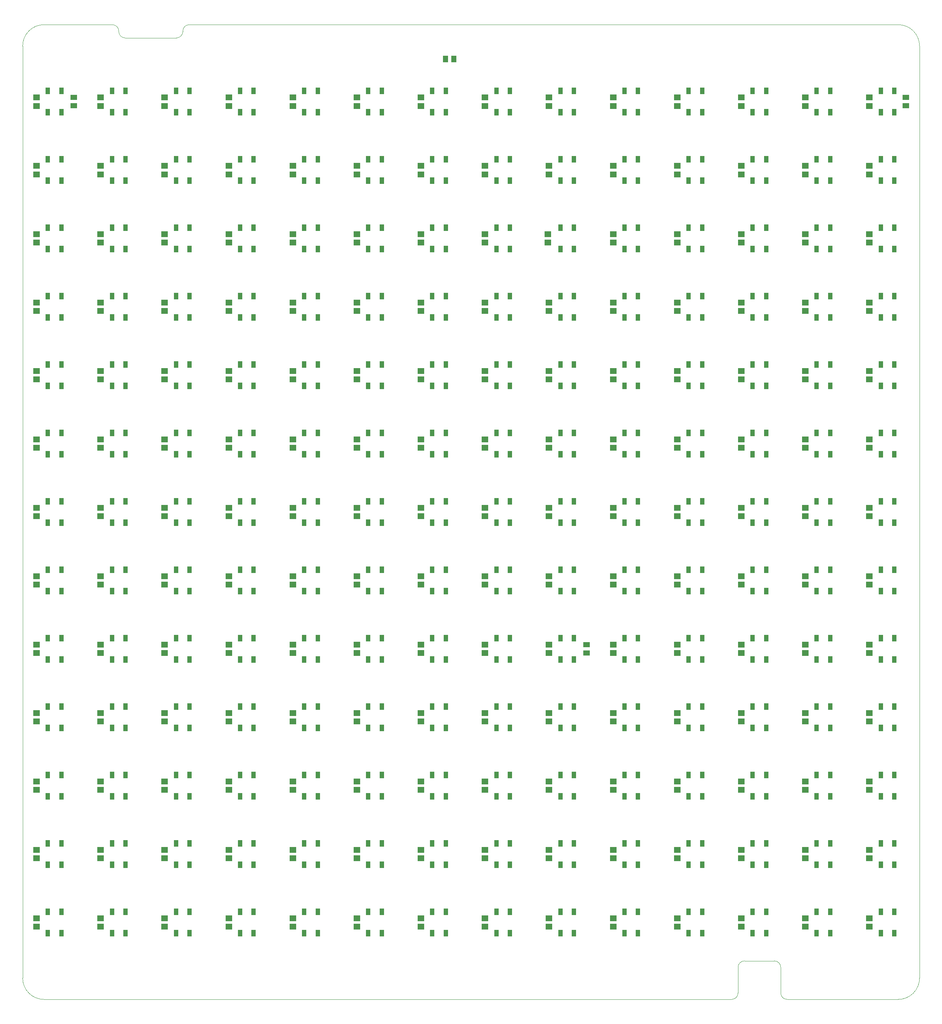
<source format=gtp>
G04 #@! TF.FileFunction,Paste,Top*
%FSLAX46Y46*%
G04 Gerber Fmt 4.6, Leading zero omitted, Abs format (unit mm)*
G04 Created by KiCad (PCBNEW (2015-07-01 BZR 5850)-product) date Tue Oct  6 18:06:44 2015*
%MOMM*%
G01*
G04 APERTURE LIST*
%ADD10C,0.150000*%
%ADD11C,0.100000*%
%ADD12R,1.550000X1.350000*%
%ADD13R,1.016000X1.524000*%
%ADD14R,1.498600X1.300480*%
%ADD15R,1.300480X1.498600*%
G04 APERTURE END LIST*
D10*
D11*
X220000000Y-269000000D02*
X59000000Y-269000000D01*
X233000000Y-269000000D02*
X259000000Y-269000000D01*
X231500000Y-261500000D02*
X231500000Y-267500000D01*
X221500000Y-267500000D02*
X221500000Y-261500000D01*
X231500000Y-267500000D02*
G75*
G03X233000000Y-269000000I1500000J0D01*
G01*
X220000000Y-269000000D02*
G75*
G03X221500000Y-267500000I0J1500000D01*
G01*
X231500000Y-261500000D02*
G75*
G03X230000000Y-260000000I-1500000J0D01*
G01*
X223000000Y-260000000D02*
G75*
G03X221500000Y-261500000I0J-1500000D01*
G01*
X264000000Y-46000000D02*
X264000000Y-264000000D01*
X93000000Y-41000000D02*
X259000000Y-41000000D01*
X75000000Y-41000000D02*
X59000000Y-41000000D01*
X76500000Y-42500000D02*
X76500000Y-42600000D01*
X76500000Y-42500000D02*
G75*
G03X75000000Y-41000000I-1500000J0D01*
G01*
X91500000Y-42500000D02*
X91500000Y-42600000D01*
X93000000Y-41000000D02*
G75*
G03X91500000Y-42500000I0J-1500000D01*
G01*
X90000000Y-44100000D02*
G75*
G03X91500000Y-42600000I0J1500000D01*
G01*
X76500000Y-42600000D02*
G75*
G03X78000000Y-44100000I1500000J0D01*
G01*
X84000000Y-44100000D02*
X90000000Y-44100000D01*
X84000000Y-44100000D02*
X78000000Y-44100000D01*
X54000000Y-264000000D02*
X54000000Y-46000000D01*
X259000000Y-269000000D02*
G75*
G03X264000000Y-264000000I0J5000000D01*
G01*
X264000000Y-46000000D02*
G75*
G03X259000000Y-41000000I-5000000J0D01*
G01*
X59000000Y-41000000D02*
G75*
G03X54000000Y-46000000I0J-5000000D01*
G01*
X54000000Y-264000000D02*
G75*
G03X59000000Y-269000000I5000000J0D01*
G01*
X230000000Y-260000000D02*
X223000000Y-260000000D01*
D12*
X252250000Y-250000000D03*
X252250000Y-252000000D03*
X237250000Y-250000000D03*
X237250000Y-252000000D03*
X222250000Y-250000000D03*
X222250000Y-252000000D03*
X207250000Y-250000000D03*
X207250000Y-252000000D03*
X192250000Y-250000000D03*
X192250000Y-252000000D03*
X177250000Y-250000000D03*
X177250000Y-252000000D03*
X162250000Y-250000000D03*
X162250000Y-252000000D03*
X147250000Y-250000000D03*
X147250000Y-252000000D03*
X132250000Y-250000000D03*
X132250000Y-252000000D03*
X117250000Y-250000000D03*
X117250000Y-252000000D03*
X102250000Y-250000000D03*
X102250000Y-252000000D03*
X87250000Y-250000000D03*
X87250000Y-252000000D03*
X72250000Y-250000000D03*
X72250000Y-252000000D03*
X57250000Y-250000000D03*
X57250000Y-252000000D03*
X252250000Y-234000000D03*
X252250000Y-236000000D03*
X237250000Y-234000000D03*
X237250000Y-236000000D03*
X222250000Y-234000000D03*
X222250000Y-236000000D03*
X207250000Y-234000000D03*
X207250000Y-236000000D03*
X192250000Y-234000000D03*
X192250000Y-236000000D03*
X177250000Y-234000000D03*
X177250000Y-236000000D03*
X162250000Y-234000000D03*
X162250000Y-236000000D03*
X147250000Y-234000000D03*
X147250000Y-236000000D03*
X132250000Y-234000000D03*
X132250000Y-236000000D03*
X117250000Y-234000000D03*
X117250000Y-236000000D03*
X102250000Y-234000000D03*
X102250000Y-236000000D03*
X87250000Y-234000000D03*
X87250000Y-236000000D03*
X72250000Y-234000000D03*
X72250000Y-236000000D03*
X57250000Y-234000000D03*
X57250000Y-236000000D03*
X252250000Y-218000000D03*
X252250000Y-220000000D03*
X237250000Y-218000000D03*
X237250000Y-220000000D03*
X222250000Y-218000000D03*
X222250000Y-220000000D03*
X207250000Y-218000000D03*
X207250000Y-220000000D03*
X192250000Y-218000000D03*
X192250000Y-220000000D03*
X177250000Y-218000000D03*
X177250000Y-220000000D03*
X162250000Y-218000000D03*
X162250000Y-220000000D03*
X147250000Y-218000000D03*
X147250000Y-220000000D03*
X132250000Y-218000000D03*
X132250000Y-220000000D03*
X117250000Y-218000000D03*
X117250000Y-220000000D03*
X102250000Y-218000000D03*
X102250000Y-220000000D03*
X87250000Y-218000000D03*
X87250000Y-220000000D03*
X72250000Y-218000000D03*
X72250000Y-220000000D03*
X57250000Y-218000000D03*
X57250000Y-220000000D03*
X252250000Y-202000000D03*
X252250000Y-204000000D03*
X237250000Y-202000000D03*
X237250000Y-204000000D03*
X222250000Y-202000000D03*
X222250000Y-204000000D03*
X207250000Y-202000000D03*
X207250000Y-204000000D03*
X192250000Y-202000000D03*
X192250000Y-204000000D03*
X177250000Y-202000000D03*
X177250000Y-204000000D03*
X162250000Y-202000000D03*
X162250000Y-204000000D03*
X147250000Y-202000000D03*
X147250000Y-204000000D03*
X132250000Y-202000000D03*
X132250000Y-204000000D03*
X117250000Y-202000000D03*
X117250000Y-204000000D03*
X102250000Y-202000000D03*
X102250000Y-204000000D03*
X87250000Y-202000000D03*
X87250000Y-204000000D03*
X72250000Y-202000000D03*
X72250000Y-204000000D03*
X57250000Y-202000000D03*
X57250000Y-204000000D03*
X252250000Y-186000000D03*
X252250000Y-188000000D03*
X237250000Y-186000000D03*
X237250000Y-188000000D03*
X222250000Y-186000000D03*
X222250000Y-188000000D03*
X207250000Y-186000000D03*
X207250000Y-188000000D03*
X192250000Y-186000000D03*
X192250000Y-188000000D03*
X177250000Y-186000000D03*
X177250000Y-188000000D03*
X162250000Y-186000000D03*
X162250000Y-188000000D03*
X147250000Y-186000000D03*
X147250000Y-188000000D03*
X132250000Y-186000000D03*
X132250000Y-188000000D03*
X117250000Y-186000000D03*
X117250000Y-188000000D03*
X102250000Y-186000000D03*
X102250000Y-188000000D03*
X87250000Y-186000000D03*
X87250000Y-188000000D03*
X72250000Y-186000000D03*
X72250000Y-188000000D03*
X57250000Y-186000000D03*
X57250000Y-188000000D03*
X252250000Y-170000000D03*
X252250000Y-172000000D03*
X237250000Y-170000000D03*
X237250000Y-172000000D03*
X222250000Y-170000000D03*
X222250000Y-172000000D03*
X207250000Y-170000000D03*
X207250000Y-172000000D03*
X192250000Y-170000000D03*
X192250000Y-172000000D03*
X177250000Y-170000000D03*
X177250000Y-172000000D03*
X162250000Y-170000000D03*
X162250000Y-172000000D03*
X147250000Y-170000000D03*
X147250000Y-172000000D03*
X132250000Y-170000000D03*
X132250000Y-172000000D03*
X117250000Y-170000000D03*
X117250000Y-172000000D03*
X102250000Y-170000000D03*
X102250000Y-172000000D03*
X87250000Y-170000000D03*
X87250000Y-172000000D03*
X72250000Y-170000000D03*
X72250000Y-172000000D03*
X57250000Y-170000000D03*
X57250000Y-172000000D03*
X252250000Y-154000000D03*
X252250000Y-156000000D03*
X237250000Y-154000000D03*
X237250000Y-156000000D03*
X222250000Y-154000000D03*
X222250000Y-156000000D03*
X207250000Y-154000000D03*
X207250000Y-156000000D03*
X192250000Y-154000000D03*
X192250000Y-156000000D03*
X177250000Y-154000000D03*
X177250000Y-156000000D03*
X162250000Y-154000000D03*
X162250000Y-156000000D03*
X147250000Y-154000000D03*
X147250000Y-156000000D03*
X132250000Y-154000000D03*
X132250000Y-156000000D03*
X117250000Y-154000000D03*
X117250000Y-156000000D03*
X102250000Y-154000000D03*
X102250000Y-156000000D03*
X87250000Y-154000000D03*
X87250000Y-156000000D03*
X72250000Y-154000000D03*
X72250000Y-156000000D03*
X57250000Y-154000000D03*
X57250000Y-156000000D03*
X252250000Y-138000000D03*
X252250000Y-140000000D03*
X237250000Y-138000000D03*
X237250000Y-140000000D03*
X222250000Y-138000000D03*
X222250000Y-140000000D03*
X207250000Y-138000000D03*
X207250000Y-140000000D03*
X192250000Y-138000000D03*
X192250000Y-140000000D03*
X177250000Y-138000000D03*
X177250000Y-140000000D03*
X162250000Y-138000000D03*
X162250000Y-140000000D03*
X147250000Y-138000000D03*
X147250000Y-140000000D03*
X132250000Y-138000000D03*
X132250000Y-140000000D03*
X117250000Y-138000000D03*
X117250000Y-140000000D03*
X102250000Y-138000000D03*
X102250000Y-140000000D03*
X87250000Y-138000000D03*
X87250000Y-140000000D03*
X72250000Y-138000000D03*
X72250000Y-140000000D03*
X57250000Y-138000000D03*
X57250000Y-140000000D03*
X252250000Y-122000000D03*
X252250000Y-124000000D03*
X237250000Y-122000000D03*
X237250000Y-124000000D03*
X222250000Y-122000000D03*
X222250000Y-124000000D03*
X207250000Y-122000000D03*
X207250000Y-124000000D03*
X192250000Y-122000000D03*
X192250000Y-124000000D03*
X177250000Y-122000000D03*
X177250000Y-124000000D03*
X162250000Y-122000000D03*
X162250000Y-124000000D03*
X147250000Y-122000000D03*
X147250000Y-124000000D03*
X132250000Y-122000000D03*
X132250000Y-124000000D03*
X117250000Y-122000000D03*
X117250000Y-124000000D03*
X102250000Y-122000000D03*
X102250000Y-124000000D03*
X87250000Y-122000000D03*
X87250000Y-124000000D03*
X72250000Y-122000000D03*
X72250000Y-124000000D03*
X57250000Y-122000000D03*
X57250000Y-124000000D03*
X252250000Y-106000000D03*
X252250000Y-108000000D03*
X237250000Y-106000000D03*
X237250000Y-108000000D03*
X222250000Y-106000000D03*
X222250000Y-108000000D03*
X207250000Y-106000000D03*
X207250000Y-108000000D03*
X192250000Y-106000000D03*
X192250000Y-108000000D03*
X177250000Y-106000000D03*
X177250000Y-108000000D03*
X162250000Y-106000000D03*
X162250000Y-108000000D03*
X147250000Y-106000000D03*
X147250000Y-108000000D03*
X132250000Y-106000000D03*
X132250000Y-108000000D03*
X117250000Y-106000000D03*
X117250000Y-108000000D03*
X102250000Y-106000000D03*
X102250000Y-108000000D03*
X87250000Y-106000000D03*
X87250000Y-108000000D03*
X72250000Y-106000000D03*
X72250000Y-108000000D03*
X57250000Y-106000000D03*
X57250000Y-108000000D03*
X252250000Y-90000000D03*
X252250000Y-92000000D03*
X237250000Y-90000000D03*
X237250000Y-92000000D03*
X222250000Y-90000000D03*
X222250000Y-92000000D03*
X207250000Y-90000000D03*
X207250000Y-92000000D03*
X192250000Y-90000000D03*
X192250000Y-92000000D03*
X177000000Y-90000000D03*
X177000000Y-92000000D03*
X162250000Y-90000000D03*
X162250000Y-92000000D03*
X147250000Y-90000000D03*
X147250000Y-92000000D03*
X132250000Y-90000000D03*
X132250000Y-92000000D03*
X117250000Y-90000000D03*
X117250000Y-92000000D03*
X102250000Y-90000000D03*
X102250000Y-92000000D03*
X87250000Y-90000000D03*
X87250000Y-92000000D03*
X72250000Y-90000000D03*
X72250000Y-92000000D03*
X57250000Y-90000000D03*
X57250000Y-92000000D03*
X252250000Y-74000000D03*
X252250000Y-76000000D03*
X237250000Y-74000000D03*
X237250000Y-76000000D03*
X222250000Y-74000000D03*
X222250000Y-76000000D03*
X207250000Y-74000000D03*
X207250000Y-76000000D03*
X192250000Y-74000000D03*
X192250000Y-76000000D03*
X177250000Y-74000000D03*
X177250000Y-76000000D03*
X162250000Y-74000000D03*
X162250000Y-76000000D03*
X147250000Y-74000000D03*
X147250000Y-76000000D03*
X132250000Y-74000000D03*
X132250000Y-76000000D03*
X117250000Y-74000000D03*
X117250000Y-76000000D03*
X102250000Y-74000000D03*
X102250000Y-76000000D03*
X87250000Y-74000000D03*
X87250000Y-76000000D03*
X72250000Y-74000000D03*
X72250000Y-76000000D03*
X57250000Y-74000000D03*
X57250000Y-76000000D03*
X252250000Y-58000000D03*
X252250000Y-60000000D03*
X237250000Y-58000000D03*
X237250000Y-60000000D03*
X222250000Y-58000000D03*
X222250000Y-60000000D03*
X207250000Y-58000000D03*
X207250000Y-60000000D03*
X192250000Y-58000000D03*
X192250000Y-60000000D03*
X177250000Y-58000000D03*
X177250000Y-60000000D03*
X162250000Y-58000000D03*
X162250000Y-60000000D03*
X147250000Y-58000000D03*
X147250000Y-60000000D03*
X132250000Y-58000000D03*
X132250000Y-60000000D03*
X117250000Y-58000000D03*
X117250000Y-60000000D03*
X102250000Y-58000000D03*
X102250000Y-60000000D03*
X87250000Y-58000000D03*
X87250000Y-60000000D03*
X72250000Y-58000000D03*
X72250000Y-60000000D03*
X57250000Y-58000000D03*
X57250000Y-60000000D03*
D13*
X138087500Y-72523500D03*
X134912500Y-72523500D03*
X134912500Y-77476500D03*
X138087500Y-77476500D03*
X258087500Y-248523500D03*
X254912500Y-248523500D03*
X254912500Y-253476500D03*
X258087500Y-253476500D03*
X243087500Y-248523500D03*
X239912500Y-248523500D03*
X239912500Y-253476500D03*
X243087500Y-253476500D03*
X228087500Y-248523500D03*
X224912500Y-248523500D03*
X224912500Y-253476500D03*
X228087500Y-253476500D03*
X213087500Y-248523500D03*
X209912500Y-248523500D03*
X209912500Y-253476500D03*
X213087500Y-253476500D03*
X198087500Y-248523500D03*
X194912500Y-248523500D03*
X194912500Y-253476500D03*
X198087500Y-253476500D03*
X183087500Y-248523500D03*
X179912500Y-248523500D03*
X179912500Y-253476500D03*
X183087500Y-253476500D03*
X168087500Y-248523500D03*
X164912500Y-248523500D03*
X164912500Y-253476500D03*
X168087500Y-253476500D03*
X153087500Y-248523500D03*
X149912500Y-248523500D03*
X149912500Y-253476500D03*
X153087500Y-253476500D03*
X138087500Y-248523500D03*
X134912500Y-248523500D03*
X134912500Y-253476500D03*
X138087500Y-253476500D03*
X123087500Y-248523500D03*
X119912500Y-248523500D03*
X119912500Y-253476500D03*
X123087500Y-253476500D03*
X108087500Y-248523500D03*
X104912500Y-248523500D03*
X104912500Y-253476500D03*
X108087500Y-253476500D03*
X93087500Y-248523500D03*
X89912500Y-248523500D03*
X89912500Y-253476500D03*
X93087500Y-253476500D03*
X78087500Y-248523500D03*
X74912500Y-248523500D03*
X74912500Y-253476500D03*
X78087500Y-253476500D03*
X63087500Y-248523500D03*
X59912500Y-248523500D03*
X59912500Y-253476500D03*
X63087500Y-253476500D03*
X258087500Y-232523500D03*
X254912500Y-232523500D03*
X254912500Y-237476500D03*
X258087500Y-237476500D03*
X243087500Y-232523500D03*
X239912500Y-232523500D03*
X239912500Y-237476500D03*
X243087500Y-237476500D03*
X228087500Y-232523500D03*
X224912500Y-232523500D03*
X224912500Y-237476500D03*
X228087500Y-237476500D03*
X213087500Y-232523500D03*
X209912500Y-232523500D03*
X209912500Y-237476500D03*
X213087500Y-237476500D03*
X198087500Y-232523500D03*
X194912500Y-232523500D03*
X194912500Y-237476500D03*
X198087500Y-237476500D03*
X183087500Y-232523500D03*
X179912500Y-232523500D03*
X179912500Y-237476500D03*
X183087500Y-237476500D03*
X168087500Y-232523500D03*
X164912500Y-232523500D03*
X164912500Y-237476500D03*
X168087500Y-237476500D03*
X153087500Y-232523500D03*
X149912500Y-232523500D03*
X149912500Y-237476500D03*
X153087500Y-237476500D03*
X138087500Y-232523500D03*
X134912500Y-232523500D03*
X134912500Y-237476500D03*
X138087500Y-237476500D03*
X123087500Y-232523500D03*
X119912500Y-232523500D03*
X119912500Y-237476500D03*
X123087500Y-237476500D03*
X108087500Y-232523500D03*
X104912500Y-232523500D03*
X104912500Y-237476500D03*
X108087500Y-237476500D03*
X93087500Y-232523500D03*
X89912500Y-232523500D03*
X89912500Y-237476500D03*
X93087500Y-237476500D03*
X78087500Y-232523500D03*
X74912500Y-232523500D03*
X74912500Y-237476500D03*
X78087500Y-237476500D03*
X63087500Y-232523500D03*
X59912500Y-232523500D03*
X59912500Y-237476500D03*
X63087500Y-237476500D03*
X258087500Y-216523500D03*
X254912500Y-216523500D03*
X254912500Y-221476500D03*
X258087500Y-221476500D03*
X243087500Y-216523500D03*
X239912500Y-216523500D03*
X239912500Y-221476500D03*
X243087500Y-221476500D03*
X228087500Y-216523500D03*
X224912500Y-216523500D03*
X224912500Y-221476500D03*
X228087500Y-221476500D03*
X213087500Y-216523500D03*
X209912500Y-216523500D03*
X209912500Y-221476500D03*
X213087500Y-221476500D03*
X198087500Y-216523500D03*
X194912500Y-216523500D03*
X194912500Y-221476500D03*
X198087500Y-221476500D03*
X183087500Y-216523500D03*
X179912500Y-216523500D03*
X179912500Y-221476500D03*
X183087500Y-221476500D03*
X168087500Y-216523500D03*
X164912500Y-216523500D03*
X164912500Y-221476500D03*
X168087500Y-221476500D03*
X153087500Y-216523500D03*
X149912500Y-216523500D03*
X149912500Y-221476500D03*
X153087500Y-221476500D03*
X138087500Y-216523500D03*
X134912500Y-216523500D03*
X134912500Y-221476500D03*
X138087500Y-221476500D03*
X123087500Y-216523500D03*
X119912500Y-216523500D03*
X119912500Y-221476500D03*
X123087500Y-221476500D03*
X108087500Y-216523500D03*
X104912500Y-216523500D03*
X104912500Y-221476500D03*
X108087500Y-221476500D03*
X93087500Y-216523500D03*
X89912500Y-216523500D03*
X89912500Y-221476500D03*
X93087500Y-221476500D03*
X78087500Y-216523500D03*
X74912500Y-216523500D03*
X74912500Y-221476500D03*
X78087500Y-221476500D03*
X63087500Y-216523500D03*
X59912500Y-216523500D03*
X59912500Y-221476500D03*
X63087500Y-221476500D03*
X258087500Y-200523500D03*
X254912500Y-200523500D03*
X254912500Y-205476500D03*
X258087500Y-205476500D03*
X243087500Y-200523500D03*
X239912500Y-200523500D03*
X239912500Y-205476500D03*
X243087500Y-205476500D03*
X228087500Y-200523500D03*
X224912500Y-200523500D03*
X224912500Y-205476500D03*
X228087500Y-205476500D03*
X213087500Y-200523500D03*
X209912500Y-200523500D03*
X209912500Y-205476500D03*
X213087500Y-205476500D03*
X198087500Y-200523500D03*
X194912500Y-200523500D03*
X194912500Y-205476500D03*
X198087500Y-205476500D03*
X183087500Y-200523500D03*
X179912500Y-200523500D03*
X179912500Y-205476500D03*
X183087500Y-205476500D03*
X168087500Y-200523500D03*
X164912500Y-200523500D03*
X164912500Y-205476500D03*
X168087500Y-205476500D03*
X153087500Y-200523500D03*
X149912500Y-200523500D03*
X149912500Y-205476500D03*
X153087500Y-205476500D03*
X138087500Y-200523500D03*
X134912500Y-200523500D03*
X134912500Y-205476500D03*
X138087500Y-205476500D03*
X123087500Y-200523500D03*
X119912500Y-200523500D03*
X119912500Y-205476500D03*
X123087500Y-205476500D03*
X108087500Y-200523500D03*
X104912500Y-200523500D03*
X104912500Y-205476500D03*
X108087500Y-205476500D03*
X93087500Y-200523500D03*
X89912500Y-200523500D03*
X89912500Y-205476500D03*
X93087500Y-205476500D03*
X78087500Y-200523500D03*
X74912500Y-200523500D03*
X74912500Y-205476500D03*
X78087500Y-205476500D03*
X63087500Y-200523500D03*
X59912500Y-200523500D03*
X59912500Y-205476500D03*
X63087500Y-205476500D03*
X258087500Y-184523500D03*
X254912500Y-184523500D03*
X254912500Y-189476500D03*
X258087500Y-189476500D03*
X243087500Y-184523500D03*
X239912500Y-184523500D03*
X239912500Y-189476500D03*
X243087500Y-189476500D03*
X228087500Y-184523500D03*
X224912500Y-184523500D03*
X224912500Y-189476500D03*
X228087500Y-189476500D03*
X213087500Y-184523500D03*
X209912500Y-184523500D03*
X209912500Y-189476500D03*
X213087500Y-189476500D03*
X198087500Y-184523500D03*
X194912500Y-184523500D03*
X194912500Y-189476500D03*
X198087500Y-189476500D03*
X183087500Y-184523500D03*
X179912500Y-184523500D03*
X179912500Y-189476500D03*
X183087500Y-189476500D03*
X168087500Y-184523500D03*
X164912500Y-184523500D03*
X164912500Y-189476500D03*
X168087500Y-189476500D03*
X153087500Y-184523500D03*
X149912500Y-184523500D03*
X149912500Y-189476500D03*
X153087500Y-189476500D03*
X138087500Y-184523500D03*
X134912500Y-184523500D03*
X134912500Y-189476500D03*
X138087500Y-189476500D03*
X123087500Y-184523500D03*
X119912500Y-184523500D03*
X119912500Y-189476500D03*
X123087500Y-189476500D03*
X108087500Y-184523500D03*
X104912500Y-184523500D03*
X104912500Y-189476500D03*
X108087500Y-189476500D03*
X93087500Y-184523500D03*
X89912500Y-184523500D03*
X89912500Y-189476500D03*
X93087500Y-189476500D03*
X78087500Y-184523500D03*
X74912500Y-184523500D03*
X74912500Y-189476500D03*
X78087500Y-189476500D03*
X63087500Y-184523500D03*
X59912500Y-184523500D03*
X59912500Y-189476500D03*
X63087500Y-189476500D03*
X258087500Y-168523500D03*
X254912500Y-168523500D03*
X254912500Y-173476500D03*
X258087500Y-173476500D03*
X243087500Y-168523500D03*
X239912500Y-168523500D03*
X239912500Y-173476500D03*
X243087500Y-173476500D03*
X228087500Y-168523500D03*
X224912500Y-168523500D03*
X224912500Y-173476500D03*
X228087500Y-173476500D03*
X213087500Y-168523500D03*
X209912500Y-168523500D03*
X209912500Y-173476500D03*
X213087500Y-173476500D03*
X198087500Y-168523500D03*
X194912500Y-168523500D03*
X194912500Y-173476500D03*
X198087500Y-173476500D03*
X183087500Y-168523500D03*
X179912500Y-168523500D03*
X179912500Y-173476500D03*
X183087500Y-173476500D03*
X168087500Y-168523500D03*
X164912500Y-168523500D03*
X164912500Y-173476500D03*
X168087500Y-173476500D03*
X153087500Y-168523500D03*
X149912500Y-168523500D03*
X149912500Y-173476500D03*
X153087500Y-173476500D03*
X138087500Y-168523500D03*
X134912500Y-168523500D03*
X134912500Y-173476500D03*
X138087500Y-173476500D03*
X123087500Y-168523500D03*
X119912500Y-168523500D03*
X119912500Y-173476500D03*
X123087500Y-173476500D03*
X108087500Y-168523500D03*
X104912500Y-168523500D03*
X104912500Y-173476500D03*
X108087500Y-173476500D03*
X93087500Y-168523500D03*
X89912500Y-168523500D03*
X89912500Y-173476500D03*
X93087500Y-173476500D03*
X78087500Y-168523500D03*
X74912500Y-168523500D03*
X74912500Y-173476500D03*
X78087500Y-173476500D03*
X63087500Y-168523500D03*
X59912500Y-168523500D03*
X59912500Y-173476500D03*
X63087500Y-173476500D03*
X258087500Y-152523500D03*
X254912500Y-152523500D03*
X254912500Y-157476500D03*
X258087500Y-157476500D03*
X243087500Y-152523500D03*
X239912500Y-152523500D03*
X239912500Y-157476500D03*
X243087500Y-157476500D03*
X228087500Y-152523500D03*
X224912500Y-152523500D03*
X224912500Y-157476500D03*
X228087500Y-157476500D03*
X213087500Y-152523500D03*
X209912500Y-152523500D03*
X209912500Y-157476500D03*
X213087500Y-157476500D03*
X198087500Y-152523500D03*
X194912500Y-152523500D03*
X194912500Y-157476500D03*
X198087500Y-157476500D03*
X183087500Y-152523500D03*
X179912500Y-152523500D03*
X179912500Y-157476500D03*
X183087500Y-157476500D03*
X168087500Y-152523500D03*
X164912500Y-152523500D03*
X164912500Y-157476500D03*
X168087500Y-157476500D03*
X153087500Y-152523500D03*
X149912500Y-152523500D03*
X149912500Y-157476500D03*
X153087500Y-157476500D03*
X138087500Y-152523500D03*
X134912500Y-152523500D03*
X134912500Y-157476500D03*
X138087500Y-157476500D03*
X123087500Y-152523500D03*
X119912500Y-152523500D03*
X119912500Y-157476500D03*
X123087500Y-157476500D03*
X108087500Y-152523500D03*
X104912500Y-152523500D03*
X104912500Y-157476500D03*
X108087500Y-157476500D03*
X93087500Y-152523500D03*
X89912500Y-152523500D03*
X89912500Y-157476500D03*
X93087500Y-157476500D03*
X78087500Y-152523500D03*
X74912500Y-152523500D03*
X74912500Y-157476500D03*
X78087500Y-157476500D03*
X63087500Y-152523500D03*
X59912500Y-152523500D03*
X59912500Y-157476500D03*
X63087500Y-157476500D03*
X258087500Y-136523500D03*
X254912500Y-136523500D03*
X254912500Y-141476500D03*
X258087500Y-141476500D03*
X243087500Y-136523500D03*
X239912500Y-136523500D03*
X239912500Y-141476500D03*
X243087500Y-141476500D03*
X228087500Y-136523500D03*
X224912500Y-136523500D03*
X224912500Y-141476500D03*
X228087500Y-141476500D03*
X213087500Y-136523500D03*
X209912500Y-136523500D03*
X209912500Y-141476500D03*
X213087500Y-141476500D03*
X198087500Y-136523500D03*
X194912500Y-136523500D03*
X194912500Y-141476500D03*
X198087500Y-141476500D03*
X183087500Y-136523500D03*
X179912500Y-136523500D03*
X179912500Y-141476500D03*
X183087500Y-141476500D03*
X168087500Y-136523500D03*
X164912500Y-136523500D03*
X164912500Y-141476500D03*
X168087500Y-141476500D03*
X153087500Y-136523500D03*
X149912500Y-136523500D03*
X149912500Y-141476500D03*
X153087500Y-141476500D03*
X138087500Y-136523500D03*
X134912500Y-136523500D03*
X134912500Y-141476500D03*
X138087500Y-141476500D03*
X123087500Y-136523500D03*
X119912500Y-136523500D03*
X119912500Y-141476500D03*
X123087500Y-141476500D03*
X108087500Y-136523500D03*
X104912500Y-136523500D03*
X104912500Y-141476500D03*
X108087500Y-141476500D03*
X93087500Y-136523500D03*
X89912500Y-136523500D03*
X89912500Y-141476500D03*
X93087500Y-141476500D03*
X78087500Y-136523500D03*
X74912500Y-136523500D03*
X74912500Y-141476500D03*
X78087500Y-141476500D03*
X63087500Y-136523500D03*
X59912500Y-136523500D03*
X59912500Y-141476500D03*
X63087500Y-141476500D03*
X258087500Y-120523500D03*
X254912500Y-120523500D03*
X254912500Y-125476500D03*
X258087500Y-125476500D03*
X243087500Y-120523500D03*
X239912500Y-120523500D03*
X239912500Y-125476500D03*
X243087500Y-125476500D03*
X228087500Y-120523500D03*
X224912500Y-120523500D03*
X224912500Y-125476500D03*
X228087500Y-125476500D03*
X213087500Y-120523500D03*
X209912500Y-120523500D03*
X209912500Y-125476500D03*
X213087500Y-125476500D03*
X198087500Y-120523500D03*
X194912500Y-120523500D03*
X194912500Y-125476500D03*
X198087500Y-125476500D03*
X183087500Y-120523500D03*
X179912500Y-120523500D03*
X179912500Y-125476500D03*
X183087500Y-125476500D03*
X168087500Y-120523500D03*
X164912500Y-120523500D03*
X164912500Y-125476500D03*
X168087500Y-125476500D03*
X153087500Y-120523500D03*
X149912500Y-120523500D03*
X149912500Y-125476500D03*
X153087500Y-125476500D03*
X138087500Y-120523500D03*
X134912500Y-120523500D03*
X134912500Y-125476500D03*
X138087500Y-125476500D03*
X123087500Y-120523500D03*
X119912500Y-120523500D03*
X119912500Y-125476500D03*
X123087500Y-125476500D03*
X108087500Y-120523500D03*
X104912500Y-120523500D03*
X104912500Y-125476500D03*
X108087500Y-125476500D03*
X93087500Y-120523500D03*
X89912500Y-120523500D03*
X89912500Y-125476500D03*
X93087500Y-125476500D03*
X78087500Y-120523500D03*
X74912500Y-120523500D03*
X74912500Y-125476500D03*
X78087500Y-125476500D03*
X63087500Y-120523500D03*
X59912500Y-120523500D03*
X59912500Y-125476500D03*
X63087500Y-125476500D03*
X258087500Y-104523500D03*
X254912500Y-104523500D03*
X254912500Y-109476500D03*
X258087500Y-109476500D03*
X243087500Y-104523500D03*
X239912500Y-104523500D03*
X239912500Y-109476500D03*
X243087500Y-109476500D03*
X228087500Y-104523500D03*
X224912500Y-104523500D03*
X224912500Y-109476500D03*
X228087500Y-109476500D03*
X213087500Y-104523500D03*
X209912500Y-104523500D03*
X209912500Y-109476500D03*
X213087500Y-109476500D03*
X198087500Y-104523500D03*
X194912500Y-104523500D03*
X194912500Y-109476500D03*
X198087500Y-109476500D03*
X183087500Y-104523500D03*
X179912500Y-104523500D03*
X179912500Y-109476500D03*
X183087500Y-109476500D03*
X168087500Y-104523500D03*
X164912500Y-104523500D03*
X164912500Y-109476500D03*
X168087500Y-109476500D03*
X153087500Y-104523500D03*
X149912500Y-104523500D03*
X149912500Y-109476500D03*
X153087500Y-109476500D03*
X138087500Y-104523500D03*
X134912500Y-104523500D03*
X134912500Y-109476500D03*
X138087500Y-109476500D03*
X123087500Y-104523500D03*
X119912500Y-104523500D03*
X119912500Y-109476500D03*
X123087500Y-109476500D03*
X108087500Y-104523500D03*
X104912500Y-104523500D03*
X104912500Y-109476500D03*
X108087500Y-109476500D03*
X93087500Y-104523500D03*
X89912500Y-104523500D03*
X89912500Y-109476500D03*
X93087500Y-109476500D03*
X78087500Y-104523500D03*
X74912500Y-104523500D03*
X74912500Y-109476500D03*
X78087500Y-109476500D03*
X63087500Y-104523500D03*
X59912500Y-104523500D03*
X59912500Y-109476500D03*
X63087500Y-109476500D03*
X258087500Y-88523500D03*
X254912500Y-88523500D03*
X254912500Y-93476500D03*
X258087500Y-93476500D03*
X243087500Y-88523500D03*
X239912500Y-88523500D03*
X239912500Y-93476500D03*
X243087500Y-93476500D03*
X228087500Y-88523500D03*
X224912500Y-88523500D03*
X224912500Y-93476500D03*
X228087500Y-93476500D03*
X213087500Y-88523500D03*
X209912500Y-88523500D03*
X209912500Y-93476500D03*
X213087500Y-93476500D03*
X198087500Y-88523500D03*
X194912500Y-88523500D03*
X194912500Y-93476500D03*
X198087500Y-93476500D03*
X183087500Y-88523500D03*
X179912500Y-88523500D03*
X179912500Y-93476500D03*
X183087500Y-93476500D03*
X168087500Y-88523500D03*
X164912500Y-88523500D03*
X164912500Y-93476500D03*
X168087500Y-93476500D03*
X153087500Y-88523500D03*
X149912500Y-88523500D03*
X149912500Y-93476500D03*
X153087500Y-93476500D03*
X138087500Y-88523500D03*
X134912500Y-88523500D03*
X134912500Y-93476500D03*
X138087500Y-93476500D03*
X123087500Y-88523500D03*
X119912500Y-88523500D03*
X119912500Y-93476500D03*
X123087500Y-93476500D03*
X108087500Y-88523500D03*
X104912500Y-88523500D03*
X104912500Y-93476500D03*
X108087500Y-93476500D03*
X93087500Y-88523500D03*
X89912500Y-88523500D03*
X89912500Y-93476500D03*
X93087500Y-93476500D03*
X78087500Y-88523500D03*
X74912500Y-88523500D03*
X74912500Y-93476500D03*
X78087500Y-93476500D03*
X63087500Y-88523500D03*
X59912500Y-88523500D03*
X59912500Y-93476500D03*
X63087500Y-93476500D03*
X258087500Y-72523500D03*
X254912500Y-72523500D03*
X254912500Y-77476500D03*
X258087500Y-77476500D03*
X243087500Y-72523500D03*
X239912500Y-72523500D03*
X239912500Y-77476500D03*
X243087500Y-77476500D03*
X228087500Y-72523500D03*
X224912500Y-72523500D03*
X224912500Y-77476500D03*
X228087500Y-77476500D03*
X213087500Y-72523500D03*
X209912500Y-72523500D03*
X209912500Y-77476500D03*
X213087500Y-77476500D03*
X198087500Y-72523500D03*
X194912500Y-72523500D03*
X194912500Y-77476500D03*
X198087500Y-77476500D03*
X183087500Y-72523500D03*
X179912500Y-72523500D03*
X179912500Y-77476500D03*
X183087500Y-77476500D03*
X168087500Y-72523500D03*
X164912500Y-72523500D03*
X164912500Y-77476500D03*
X168087500Y-77476500D03*
X153087500Y-72523500D03*
X149912500Y-72523500D03*
X149912500Y-77476500D03*
X153087500Y-77476500D03*
X123087500Y-72523500D03*
X119912500Y-72523500D03*
X119912500Y-77476500D03*
X123087500Y-77476500D03*
X108087500Y-72523500D03*
X104912500Y-72523500D03*
X104912500Y-77476500D03*
X108087500Y-77476500D03*
X93087500Y-72523500D03*
X89912500Y-72523500D03*
X89912500Y-77476500D03*
X93087500Y-77476500D03*
X78087500Y-72523500D03*
X74912500Y-72523500D03*
X74912500Y-77476500D03*
X78087500Y-77476500D03*
X63087500Y-72523500D03*
X59912500Y-72523500D03*
X59912500Y-77476500D03*
X63087500Y-77476500D03*
X258087500Y-56523500D03*
X254912500Y-56523500D03*
X254912500Y-61476500D03*
X258087500Y-61476500D03*
X243087500Y-56523500D03*
X239912500Y-56523500D03*
X239912500Y-61476500D03*
X243087500Y-61476500D03*
X228087500Y-56523500D03*
X224912500Y-56523500D03*
X224912500Y-61476500D03*
X228087500Y-61476500D03*
X213087500Y-56523500D03*
X209912500Y-56523500D03*
X209912500Y-61476500D03*
X213087500Y-61476500D03*
X198087500Y-56523500D03*
X194912500Y-56523500D03*
X194912500Y-61476500D03*
X198087500Y-61476500D03*
X183087500Y-56523500D03*
X179912500Y-56523500D03*
X179912500Y-61476500D03*
X183087500Y-61476500D03*
X168087500Y-56523500D03*
X164912500Y-56523500D03*
X164912500Y-61476500D03*
X168087500Y-61476500D03*
X153087500Y-56523500D03*
X149912500Y-56523500D03*
X149912500Y-61476500D03*
X153087500Y-61476500D03*
X138087500Y-56523500D03*
X134912500Y-56523500D03*
X134912500Y-61476500D03*
X138087500Y-61476500D03*
X123087500Y-56523500D03*
X119912500Y-56523500D03*
X119912500Y-61476500D03*
X123087500Y-61476500D03*
X108087500Y-56523500D03*
X104912500Y-56523500D03*
X104912500Y-61476500D03*
X108087500Y-61476500D03*
X93087500Y-56523500D03*
X89912500Y-56523500D03*
X89912500Y-61476500D03*
X93087500Y-61476500D03*
X78087500Y-56523500D03*
X74912500Y-56523500D03*
X74912500Y-61476500D03*
X78087500Y-61476500D03*
X63087500Y-56523500D03*
X59912500Y-56523500D03*
X59912500Y-61476500D03*
X63087500Y-61476500D03*
D14*
X66000000Y-59952500D03*
X66000000Y-58047500D03*
X260750000Y-58047500D03*
X260750000Y-59952500D03*
X186000000Y-187952500D03*
X186000000Y-186047500D03*
D15*
X154952500Y-49000000D03*
X153047500Y-49000000D03*
M02*

</source>
